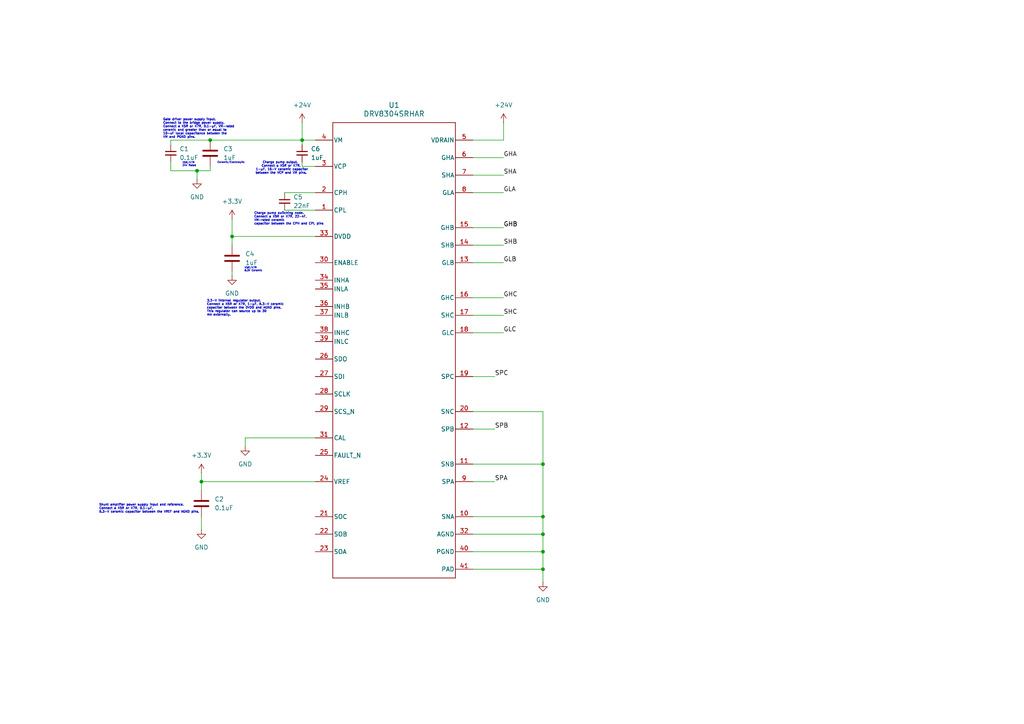
<source format=kicad_sch>
(kicad_sch (version 20231120) (generator "eeschema") (generator_version "8.0")
  (paper "A4")
  (lib_symbols
    (symbol "DRV8304S:DRV8304SRHAR" (pin_names (offset 0.254))
      (property "Reference" "U" (at 0 2.54 0))
      (property "Value" "DRV8304SRHAR" (at 0.508 -1.27 0))
      (symbol "DRV8304SRHAR_1_1"
        (polyline (pts (xy -17.78 -66.04) (xy 17.78 -66.04)) (stroke (width 0.2032)))
        (polyline (pts (xy -17.78 66.04) (xy -17.78 -66.04)) (stroke (width 0.2032)))
        (polyline (pts (xy 17.78 -66.04) (xy 17.78 66.04)) (stroke (width 0.2032)))
        (polyline (pts (xy 17.78 66.04) (xy -17.78 66.04)) (stroke (width 0.2032)))
        (pin unspecified line (at -22.86 40.64 0) (length 5.08) (name "CPL") (number "1"))
        (pin input line (at 22.86 -48.26 180) (length 5.08) (name "SNA") (number "10"))
        (pin input line (at 22.86 -33.02 180) (length 5.08) (name "SNB") (number "11"))
        (pin input line (at 22.86 -22.86 180) (length 5.08) (name "SPB") (number "12"))
        (pin output line (at 22.86 25.4 180) (length 5.08) (name "GLB") (number "13"))
        (pin input line (at 22.86 30.48 180) (length 5.08) (name "SHB") (number "14"))
        (pin output line (at 22.86 35.56 180) (length 5.08) (name "GHB") (number "15"))
        (pin output line (at 22.86 15.24 180) (length 5.08) (name "GHC") (number "16"))
        (pin input line (at 22.86 10.16 180) (length 5.08) (name "SHC") (number "17"))
        (pin output line (at 22.86 5.08 180) (length 5.08) (name "GLC") (number "18"))
        (pin input line (at 22.86 -7.62 180) (length 5.08) (name "SPC") (number "19"))
        (pin unspecified line (at -22.86 45.72 0) (length 5.08) (name "CPH") (number "2"))
        (pin input line (at 22.86 -17.78 180) (length 5.08) (name "SNC") (number "20"))
        (pin output line (at -22.86 -48.26 0) (length 5.08) (name "SOC") (number "21"))
        (pin output line (at -22.86 -53.34 0) (length 5.08) (name "SOB") (number "22"))
        (pin output line (at -22.86 -58.42 0) (length 5.08) (name "SOA") (number "23"))
        (pin input line (at -22.86 -38.1 0) (length 5.08) (name "VREF") (number "24"))
        (pin open_collector line (at -22.86 -30.48 0) (length 5.08) (name "FAULT_N") (number "25"))
        (pin input line (at -22.86 -2.54 0) (length 5.08) (name "SDO") (number "26"))
        (pin input line (at -22.86 -7.62 0) (length 5.08) (name "SDI") (number "27"))
        (pin input line (at -22.86 -12.7 0) (length 5.08) (name "SCLK") (number "28"))
        (pin input line (at -22.86 -17.78 0) (length 5.08) (name "SCS_N") (number "29"))
        (pin power_in line (at -22.86 53.34 0) (length 5.08) (name "VCP") (number "3"))
        (pin input line (at -22.86 25.4 0) (length 5.08) (name "ENABLE") (number "30"))
        (pin input line (at -22.86 -25.4 0) (length 5.08) (name "CAL") (number "31"))
        (pin power_in line (at 22.86 -53.34 180) (length 5.08) (name "AGND") (number "32"))
        (pin power_in line (at -22.86 33.02 0) (length 5.08) (name "DVDD") (number "33"))
        (pin input line (at -22.86 20.32 0) (length 5.08) (name "INHA") (number "34"))
        (pin input line (at -22.86 17.78 0) (length 5.08) (name "INLA") (number "35"))
        (pin input line (at -22.86 12.7 0) (length 5.08) (name "INHB") (number "36"))
        (pin input line (at -22.86 10.16 0) (length 5.08) (name "INLB") (number "37"))
        (pin input line (at -22.86 5.08 0) (length 5.08) (name "INHC") (number "38"))
        (pin input line (at -22.86 2.54 0) (length 5.08) (name "INLC") (number "39"))
        (pin power_in line (at -22.86 60.96 0) (length 5.08) (name "VM") (number "4"))
        (pin power_in line (at 22.86 -58.42 180) (length 5.08) (name "PGND") (number "40"))
        (pin unspecified line (at 22.86 -63.5 180) (length 5.08) (name "PAD") (number "41"))
        (pin input line (at 22.86 60.96 180) (length 5.08) (name "VDRAIN") (number "5"))
        (pin output line (at 22.86 55.88 180) (length 5.08) (name "GHA") (number "6"))
        (pin input line (at 22.86 50.8 180) (length 5.08) (name "SHA") (number "7"))
        (pin output line (at 22.86 45.72 180) (length 5.08) (name "GLA") (number "8"))
        (pin input line (at 22.86 -38.1 180) (length 5.08) (name "SPA") (number "9"))
      )
    )
    (symbol "Device:C" (pin_numbers hide) (pin_names (offset 0.254))
      (property "Reference" "C" (at 0.635 2.54 0))
      (property "Value" "C" (at 0.635 -2.54 0))
      (symbol "C_0_1"
        (polyline (pts (xy -2.032 -0.762) (xy 2.032 -0.762)) (stroke (width 0.508)))
        (polyline (pts (xy -2.032 0.762) (xy 2.032 0.762)) (stroke (width 0.508)))
      )
      (symbol "C_1_1"
        (pin passive line (at 0 3.81 270) (length 2.794) (name "~") (number "1"))
        (pin passive line (at 0 -3.81 90) (length 2.794) (name "~") (number "2"))
      )
    )
    (symbol "Device:C_Small" (pin_numbers hide) (pin_names (offset 0.254) hide)
      (property "Reference" "C" (at 0.254 1.778 0))
      (property "Value" "C_Small" (at 0.254 -2.032 0))
      (symbol "C_Small_0_1"
        (polyline (pts (xy -1.524 -0.508) (xy 1.524 -0.508)) (stroke (width 0.3302)))
        (polyline (pts (xy -1.524 0.508) (xy 1.524 0.508)) (stroke (width 0.3048)))
      )
      (symbol "C_Small_1_1"
        (pin passive line (at 0 2.54 270) (length 2.032) (name "~") (number "1"))
        (pin passive line (at 0 -2.54 90) (length 2.032) (name "~") (number "2"))
      )
    )
    (symbol "GND_1" (power) (pin_numbers hide) (pin_names (offset 0) hide)
      (property "Value" "GND" (at 0 -3.81 0))
      (symbol "GND_1_0_1"
        (polyline (pts (xy 0 0) (xy 0 -1.27) (xy 1.27 -1.27) (xy 0 -2.54) (xy -1.27 -1.27) (xy 0 -1.27)))
      )
      (symbol "GND_1_1_1"
        (pin power_in line (at 0 0 270) (length 0) (name "~") (number "1"))
      )
    )
    (symbol "GND_3" (power) (pin_numbers hide) (pin_names (offset 0) hide)
      (property "Value" "GND" (at 0 -3.81 0))
      (symbol "GND_3_0_1"
        (polyline (pts (xy 0 0) (xy 0 -1.27) (xy 1.27 -1.27) (xy 0 -2.54) (xy -1.27 -1.27) (xy 0 -1.27)))
      )
      (symbol "GND_3_1_1"
        (pin power_in line (at 0 0 270) (length 0) (name "~") (number "1"))
      )
    )
    (symbol "GND_4" (power) (pin_numbers hide) (pin_names (offset 0) hide)
      (property "Value" "GND" (at 0 -3.81 0))
      (symbol "GND_4_0_1"
        (polyline (pts (xy 0 0) (xy 0 -1.27) (xy 1.27 -1.27) (xy 0 -2.54) (xy -1.27 -1.27) (xy 0 -1.27)))
      )
      (symbol "GND_4_1_1"
        (pin power_in line (at 0 0 270) (length 0) (name "~") (number "1"))
      )
    )
    (symbol "GND_5" (power) (pin_numbers hide) (pin_names (offset 0) hide)
      (property "Value" "GND" (at 0 -3.81 0))
      (symbol "GND_5_0_1"
        (polyline (pts (xy 0 0) (xy 0 -1.27) (xy 1.27 -1.27) (xy 0 -2.54) (xy -1.27 -1.27) (xy 0 -1.27)))
      )
      (symbol "GND_5_1_1"
        (pin power_in line (at 0 0 270) (length 0) (name "~") (number "1"))
      )
    )
    (symbol "GND_6" (power) (pin_numbers hide) (pin_names (offset 0) hide)
      (property "Value" "GND" (at 0 -3.81 0))
      (symbol "GND_6_0_1"
        (polyline (pts (xy 0 0) (xy 0 -1.27) (xy 1.27 -1.27) (xy 0 -2.54) (xy -1.27 -1.27) (xy 0 -1.27)))
      )
      (symbol "GND_6_1_1"
        (pin power_in line (at 0 0 270) (length 0) (name "~") (number "1"))
      )
    )
    (symbol "power:+24V" (power) (pin_numbers hide) (pin_names (offset 0) hide)
      (property "Value" "+24V" (at 0 3.556 0))
      (symbol "+24V_0_1"
        (polyline (pts (xy -0.762 1.27) (xy 0 2.54)))
        (polyline (pts (xy 0 0) (xy 0 2.54)))
        (polyline (pts (xy 0 2.54) (xy 0.762 1.27)))
      )
      (symbol "+24V_1_1"
        (pin power_in line (at 0 0 90) (length 0) (name "~") (number "1"))
      )
    )
    (symbol "power:+3.3V" (power) (pin_numbers hide) (pin_names (offset 0) hide)
      (property "Value" "+3.3V" (at 0 3.556 0))
      (symbol "+3.3V_0_1"
        (polyline (pts (xy -0.762 1.27) (xy 0 2.54)))
        (polyline (pts (xy 0 0) (xy 0 2.54)))
        (polyline (pts (xy 0 2.54) (xy 0.762 1.27)))
      )
      (symbol "+3.3V_1_1"
        (pin power_in line (at 0 0 90) (length 0) (name "~") (number "1"))
      )
    )
  )
  (junction (at 58.42 139.7))
  (junction (at 157.48 154.94))
  (junction (at 67.31 68.58))
  (junction (at 157.48 149.86))
  (junction (at 57.15 49.53))
  (junction (at 157.48 165.1))
  (junction (at 60.96 40.64))
  (junction (at 157.48 160.02))
  (junction (at 87.63 40.64))
  (junction (at 157.48 134.62))
  (wire (pts (xy 60.96 40.64) (xy 87.63 40.64)))
  (wire (pts (xy 87.63 48.26) (xy 91.44 48.26)))
  (wire (pts (xy 137.16 66.04) (xy 146.05 66.04)))
  (wire (pts (xy 58.42 137.16) (xy 58.42 139.7)))
  (wire (pts (xy 137.16 96.52) (xy 146.05 96.52)))
  (wire (pts (xy 137.16 124.46) (xy 143.51 124.46)))
  (wire (pts (xy 58.42 149.86) (xy 58.42 153.67)))
  (wire (pts (xy 137.16 76.2) (xy 146.05 76.2)))
  (wire (pts (xy 91.44 40.64) (xy 87.63 40.64)))
  (wire (pts (xy 137.16 55.88) (xy 146.05 55.88)))
  (wire (pts (xy 71.12 127) (xy 71.12 129.54)))
  (wire (pts (xy 91.44 127) (xy 71.12 127)))
  (wire (pts (xy 58.42 139.7) (xy 91.44 139.7)))
  (wire (pts (xy 87.63 35.56) (xy 87.63 40.64)))
  (wire (pts (xy 137.16 160.02) (xy 157.48 160.02)))
  (wire (pts (xy 137.16 134.62) (xy 157.48 134.62)))
  (wire (pts (xy 82.55 60.96) (xy 91.44 60.96)))
  (wire (pts (xy 157.48 154.94) (xy 157.48 160.02)))
  (wire (pts (xy 57.15 49.53) (xy 57.15 52.07)))
  (wire (pts (xy 49.53 49.53) (xy 57.15 49.53)))
  (wire (pts (xy 58.42 139.7) (xy 58.42 142.24)))
  (wire (pts (xy 137.16 154.94) (xy 157.48 154.94)))
  (wire (pts (xy 137.16 165.1) (xy 157.48 165.1)))
  (wire (pts (xy 87.63 46.99) (xy 87.63 48.26)))
  (wire (pts (xy 137.16 45.72) (xy 146.05 45.72)))
  (wire (pts (xy 137.16 139.7) (xy 143.51 139.7)))
  (wire (pts (xy 157.48 160.02) (xy 157.48 165.1)))
  (wire (pts (xy 67.31 68.58) (xy 67.31 71.12)))
  (wire (pts (xy 67.31 68.58) (xy 91.44 68.58)))
  (wire (pts (xy 87.63 40.64) (xy 87.63 41.91)))
  (wire (pts (xy 49.53 40.64) (xy 49.53 41.91)))
  (wire (pts (xy 67.31 63.5) (xy 67.31 68.58)))
  (wire (pts (xy 137.16 86.36) (xy 146.05 86.36)))
  (wire (pts (xy 67.31 78.74) (xy 67.31 80.01)))
  (wire (pts (xy 157.48 134.62) (xy 157.48 149.86)))
  (wire (pts (xy 157.48 149.86) (xy 157.48 154.94)))
  (wire (pts (xy 137.16 119.38) (xy 157.48 119.38)))
  (wire (pts (xy 157.48 165.1) (xy 157.48 168.91)))
  (wire (pts (xy 137.16 109.22) (xy 143.51 109.22)))
  (wire (pts (xy 137.16 91.44) (xy 146.05 91.44)))
  (wire (pts (xy 57.15 49.53) (xy 60.96 49.53)))
  (wire (pts (xy 157.48 119.38) (xy 157.48 134.62)))
  (wire (pts (xy 49.53 46.99) (xy 49.53 49.53)))
  (wire (pts (xy 137.16 40.64) (xy 146.05 40.64)))
  (wire (pts (xy 82.55 55.88) (xy 91.44 55.88)))
  (wire (pts (xy 137.16 149.86) (xy 157.48 149.86)))
  (wire (pts (xy 146.05 35.56) (xy 146.05 40.64)))
  (wire (pts (xy 137.16 71.12) (xy 146.05 71.12)))
  (wire (pts (xy 60.96 48.26) (xy 60.96 49.53)))
  (wire (pts (xy 60.96 40.64) (xy 49.53 40.64)))
  (wire (pts (xy 137.16 50.8) (xy 146.05 50.8)))
  (text "Ceramic/Electrolytic\n" (at 62.992 47.244 0) (effects (font (size 0.508 0.508)) (justify left)))
  (text "Shunt amplifier power supply input and reference. \nConnect a X5R or X7R, 0.1-μF,\n6.3-V ceramic capacitor between the VREF and AGND pins." (at 28.702 147.574 0) (effects (font (size 0.635 0.635)) (justify left)))
  (text "Charge pump output. \nConnect a X5R or X7R,\n 1-μF, 16-V ceramic capacitor\nbetween the VCP and VM pins." (at 81.534 48.768 0) (effects (font (size 0.635 0.635))))
  (text "X5R/X7R\n24V Rated" (at 52.832 47.752 0) (effects (font (size 0.508 0.508)) (justify left)))
  (text "3.3-V internal regulator output. \nConnect a X5R or X7R, 1-μF, 6.3-V ceramic\ncapacitor between the DVDD and AGND pins.\nThis regulator can source up to 30\nmA externally." (at 59.944 89.408 0) (effects (font (size 0.635 0.635)) (justify left)))
  (text "Charge pump switching node. \nConnect a X5R or X7R, 22-nF, \nVM-rated ceramic\ncapacitor between the CPH and CPL pins" (at 73.66 63.5 0) (effects (font (size 0.635 0.635)) (justify left)))
  (text "Gate driver power supply input. \nConnect to the bridge power supply. \nConnect a X5R or X7R, 0.1-μF, VM-rated\nceramic and greater than or equal to \n10-uF local capacitance between the \nVM and PGND pins." (at 47.244 37.338 0) (effects (font (size 0.635 0.635)) (justify left)))
  (text "X5R/X7R\n6.3V Ceramic" (at 70.866 78.232 0) (effects (font (size 0.508 0.508)) (justify left)))
  (label "SPC" (at 143.51 109.22 0))
  (label "GHB" (at 146.05 66.04 0))
  (label "GHC" (at 146.05 86.36 0))
  (label "SHC" (at 146.05 91.44 0))
  (label "GLA" (at 146.05 55.88 0))
  (label "GHA" (at 146.05 45.72 0))
  (label "SPA" (at 143.51 139.7 0))
  (label "GLC" (at 146.05 96.52 0))
  (label "SHB" (at 146.05 71.12 0))
  (label "GHB" (at 146.05 66.04 0))
  (label "SHA" (at 146.05 50.8 0))
  (label "GLB" (at 146.05 76.2 0))
  (label "SPB" (at 143.51 124.46 0))
  (symbol (lib_id "power:+24V") (at 87.63 35.56 0) (unit 1)
    (property "Reference" "#PWR013" (effects (hide yes)))
    (property "Value" "+24V" (at 87.63 30.48 0))
    (property "Description" "Power symbol creates a global label with name \"+24V\"" (effects (hide yes)))
  )
  (symbol (lib_id "Device:C_Small") (at 82.55 58.42 0) (unit 1)
    (property "Reference" "C5" (at 85.09 57.1562 0) (effects (justify left)))
    (property "Value" "22nF" (at 85.09 59.6962 0) (effects (justify left)))
    (property "Description" "Unpolarized capacitor, small symbol" (effects (hide yes)))
  )
  (symbol (lib_id "Device:C") (at 60.96 44.45 0) (unit 1)
    (property "Reference" "C3" (at 64.77 43.1799 0) (effects (justify left)))
    (property "Value" "1uF" (at 64.77 45.7199 0) (effects (justify left)))
    (property "Description" "Unpolarized capacitor" (effects (hide yes)))
  )
  (symbol (lib_name "GND_6") (lib_id "power:GND") (at 57.15 52.07 0) (unit 1)
    (property "Reference" "#PWR07" (effects (hide yes)))
    (property "Value" "GND" (at 57.15 57.15 0))
    (property "Description" "Power symbol creates a global label with name \"GND\" , ground" (effects (hide yes)))
  )
  (symbol (lib_id "power:+24V") (at 146.05 35.56 0) (unit 1)
    (property "Reference" "#PWR014" (effects (hide yes)))
    (property "Value" "+24V" (at 146.05 30.48 0))
    (property "Description" "Power symbol creates a global label with name \"+24V\"" (effects (hide yes)))
  )
  (symbol (lib_id "Device:C_Small") (at 49.53 44.45 0) (unit 1)
    (property "Reference" "C1" (at 52.07 43.1862 0) (effects (justify left)))
    (property "Value" "0.1uF" (at 52.07 45.7262 0) (effects (justify left)))
    (property "Description" "Unpolarized capacitor, small symbol" (effects (hide yes)))
  )
  (symbol (lib_id "DRV8304S:DRV8304SRHAR") (at 114.3 101.6 0) (unit 1)
    (property "Reference" "U1" (at 114.3 30.48 0) (effects (font (size 1.524 1.524))))
    (property "Value" "DRV8304SRHAR" (at 114.3 33.02 0) (effects (font (size 1.524 1.524))))
    (property "Footprint" "RHA0040E" (effects (hide yes)))
    (property "Datasheet" "DRV8304SRHAR" (effects (hide yes)))
  )
  (symbol (lib_id "power:+3.3V") (at 58.42 137.16 0) (unit 1)
    (property "Reference" "#PWR08" (effects (hide yes)))
    (property "Value" "+3.3V" (at 58.42 132.08 0))
    (property "Description" "Power symbol creates a global label with name \"+3.3V\"" (effects (hide yes)))
  )
  (symbol (lib_name "GND_3") (lib_id "power:GND") (at 71.12 129.54 0) (unit 1)
    (property "Reference" "#PWR012" (effects (hide yes)))
    (property "Value" "GND" (at 71.12 134.62 0))
    (property "Description" "Power symbol creates a global label with name \"GND\" , ground" (effects (hide yes)))
  )
  (symbol (lib_id "Device:C") (at 67.31 74.93 0) (unit 1)
    (property "Reference" "C4" (at 71.12 73.6599 0) (effects (justify left)))
    (property "Value" "1uF" (at 71.12 76.1999 0) (effects (justify left)))
    (property "Description" "Unpolarized capacitor" (effects (hide yes)))
  )
  (symbol (lib_name "GND_1") (lib_id "power:GND") (at 157.48 168.91 0) (unit 1)
    (property "Reference" "#PWR016" (effects (hide yes)))
    (property "Value" "GND" (at 157.48 173.99 0))
    (property "Description" "Power symbol creates a global label with name \"GND\" , ground" (effects (hide yes)))
  )
  (symbol (lib_id "Device:C") (at 58.42 146.05 0) (unit 1)
    (property "Reference" "C2" (at 62.23 144.7799 0) (effects (justify left)))
    (property "Value" "0.1uF" (at 62.23 147.3199 0) (effects (justify left)))
    (property "Description" "Unpolarized capacitor" (effects (hide yes)))
  )
  (symbol (lib_name "GND_5") (lib_id "power:GND") (at 58.42 153.67 0) (unit 1)
    (property "Reference" "#PWR09" (effects (hide yes)))
    (property "Value" "GND" (at 58.42 158.75 0))
    (property "Description" "Power symbol creates a global label with name \"GND\" , ground" (effects (hide yes)))
  )
  (symbol (lib_name "GND_4") (lib_id "power:GND") (at 67.31 80.01 0) (unit 1)
    (property "Reference" "#PWR011" (effects (hide yes)))
    (property "Value" "GND" (at 67.31 85.09 0))
    (property "Description" "Power symbol creates a global label with name \"GND\" , ground" (effects (hide yes)))
  )
  (symbol (lib_id "power:+3.3V") (at 67.31 63.5 0) (unit 1)
    (property "Reference" "#PWR010" (effects (hide yes)))
    (property "Value" "+3.3V" (at 67.31 58.42 0))
    (property "Description" "Power symbol creates a global label with name \"+3.3V\"" (effects (hide yes)))
  )
  (symbol (lib_id "Device:C_Small") (at 87.63 44.45 0) (unit 1)
    (property "Reference" "C6" (at 90.17 43.1862 0) (effects (justify left)))
    (property "Value" "1uF" (at 90.17 45.7262 0) (effects (justify left)))
    (property "Description" "Unpolarized capacitor, small symbol" (effects (hide yes)))
  )
)
</source>
